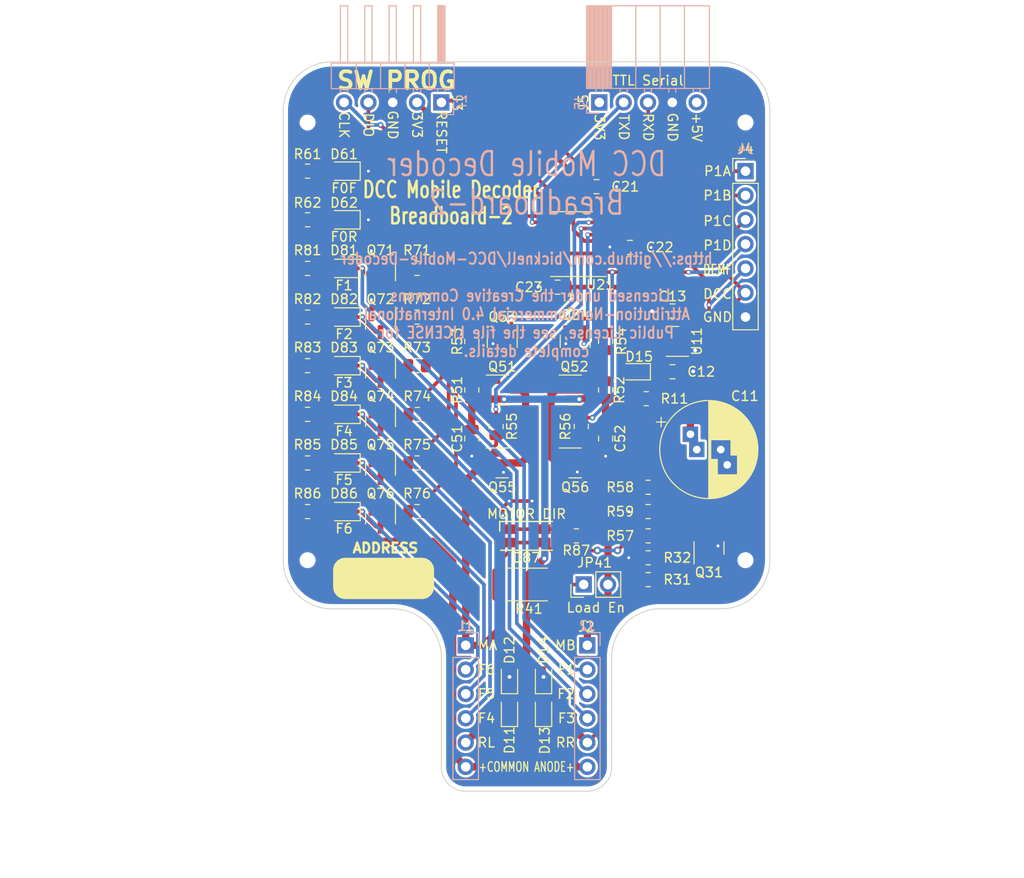
<source format=kicad_pcb>
(kicad_pcb (version 20211014) (generator pcbnew)
  (layers (0 "F.Cu" signal) (31 "B.Cu" signal) (34 "B.Paste" user) (35 "F.Paste" user) (36 "B.SilkS" user "B.Silkscreen") (37 "F.SilkS" user "F.Silkscreen") (38 "B.Mask" user) (39 "F.Mask" user) (44 "Edge.Cuts" user))
  (net 0 "")
  (net 1 "Vdrive")
  (net 2 "+3V3")
  (net 3 "MOT_A")
  (net 4 "MOT_B")
  (net 5 "RAIL_L")
  (net 6 "RAIL_R")
  (net 7 "F1_SP")
  (net 8 "RESET")
  (net 9 "F2_SP")
  (net 10 "Net-(D61-Pad2)")
  (net 11 "F3_SP")
  (net 12 "Net-(D62-Pad2)")
  (net 13 "F4_SP")
  (net 14 "GND")
  (net 15 "Net-(D81-Pad2)")
  (net 16 "F5_SP")
  (net 17 "Net-(D82-Pad2)")
  (net 18 "F6_SP")
  (net 19 "Net-(D83-Pad2)")
  (net 20 "Net-(D84-Pad2)")
  (net 21 "SWDIO{slash}F5")
  (net 22 "SWCLK{slash}F6")
  (net 23 "P1A")
  (net 24 "P1B")
  (net 25 "BackEMF")
  (net 26 "F0F")
  (net 27 "F1")
  (net 28 "F2")
  (net 29 "F3")
  (net 30 "F0R")
  (net 31 "F4")
  (net 32 "Net-(D85-Pad2)")
  (net 33 "Net-(D86-Pad2)")
  (net 34 "TXD")
  (net 35 "DCC_IN")
  (net 36 "RXD")
  (net 39 "Net-(D87-Pad1)")
  (net 40 "P1C")
  (net 41 "P1D")
  (net 42 "Net-(Q31-Pad1)")
  (net 43 "Net-(Q51-Pad1)")
  (net 44 "Net-(Q52-Pad1)")
  (net 45 "Net-(Q55-Pad1)")
  (net 46 "Net-(Q56-Pad1)")
  (net 47 "Net-(Q71-Pad1)")
  (net 48 "Net-(Q72-Pad1)")
  (net 49 "Net-(Q73-Pad1)")
  (net 50 "Net-(Q74-Pad1)")
  (net 51 "Net-(Q75-Pad1)")
  (net 52 "Net-(Q76-Pad1)")
  (net 53 "Net-(JP41-Pad1)")
  (net 55 "/Vreg_in")
  (net 56 "Net-(C11-Pad1)")
  (net 57 "Net-(Q53-Pad3)")
  (net 58 "Net-(Q54-Pad3)")
  (footprint "Diode_SMD:D_SOD-323" (layer "F.Cu") (at 77.978 108.966 90)
    (fp_text reference "D14")
    (fp_text value "1N5819")
  )
  (footprint "Resistor_SMD:R_0805_2012Metric" (layer "F.Cu") (at 64.77 66.04 180)
    (fp_text reference "R71")
    (fp_text value "330R")
  )
  (footprint "Package_TO_SOT_SMD:SOT-23" (layer "F.Cu") (at 73.66 78.74)
    (fp_text reference "Q51")
    (fp_text value "SSM3J356R,LF")
  )
  (footprint "Capacitor_THT:CP_Radial_D10.0mm_P2.50mm_P5.00mm" (layer "F.Cu") (at 93.98 84.963)
    (fp_text reference "C11")
    (fp_text value "DNP")
  )
  (footprint "Connector_PinHeader_2.54mm:PinHeader_1x07_P2.54mm_Vertical" (layer "F.Cu") (at 99.06 55.88)
    (fp_text reference "J4")
    (fp_text value "01x07")
  )
  (footprint "Capacitor_SMD:C_0805_2012Metric" (layer "F.Cu") (at 87 63.84 180)
    (fp_text reference "C22")
    (fp_text value "100nF")
  )
  (footprint "Package_TO_SOT_SMD:SOT-23" (layer "F.Cu") (at 60.96 81.915 -90)
    (fp_text reference "Q74")
    (fp_text value "BSS138K")
  )
  (footprint "Package_TO_SOT_SMD:SOT-23" (layer "F.Cu") (at 81.28 78.74)
    (fp_text reference "Q52")
    (fp_text value "SSM3J356R,LF")
  )
  (footprint "Resistor_SMD:R_0805_2012Metric" (layer "F.Cu") (at 53.34 71.12)
    (fp_text reference "R82")
    (fp_text value "3K")
  )
  (footprint "Resistor_SMD:R_0805_2012Metric" (layer "F.Cu") (at 70.485 73.66 -90)
    (fp_text reference "R53")
    (fp_text value "10K")
  )
  (footprint "Resistor_SMD:R_0805_2012Metric" (layer "F.Cu") (at 73.025 82.55 -90)
    (fp_text reference "R55")
    (fp_text value "330R")
  )
  (footprint "Resistor_SMD:R_0805_2012Metric" (layer "F.Cu") (at 84.455 73.66 -90)
    (fp_text reference "R54")
    (fp_text value "10K")
  )
  (footprint "Resistor_SMD:R_0805_2012Metric" (layer "F.Cu") (at 88.9 91.44)
    (fp_text reference "R59")
    (fp_text value "3K")
  )
  (footprint "Resistor_SMD:R_0805_2012Metric" (layer "F.Cu") (at 53.34 55.88)
    (fp_text reference "R61")
    (fp_text value "330R")
  )
  (footprint "Connector_PinHeader_2.54mm:PinHeader_1x02_P2.54mm_Vertical" (layer "F.Cu") (at 82.164 99.06 90)
    (fp_text reference "JP41")
    (fp_text value "01x02" hide)
  )
  (footprint "Resistor_SMD:R_0805_2012Metric" (layer "F.Cu") (at 88.7 79.65)
    (fp_text reference "R11")
    (fp_text value "4R7")
  )
  (footprint "DCC Project Footprints:JLCPCB Assembly Tooling Hole" (layer "F.Cu") (at 99.06 96.52)
    (fp_text reference "REF**" hide)
    (fp_text value "JLCPCB Assembly Tooling Hole")
  )
  (footprint "Resistor_SMD:R_0805_2012Metric" (layer "F.Cu") (at 64.8 81.3 180)
    (fp_text reference "R74")
    (fp_text value "330R")
  )
  (footprint "LED_SMD:LED_0805_2012Metric" (layer "F.Cu") (at 57.15 66.04 180)
    (fp_text reference "D81")
    (fp_text value "White LED" hide)
  )
  (footprint "Resistor_SMD:R_2512_6332Metric" (layer "F.Cu") (at 76.2 99.06)
    (fp_text reference "R41")
    (fp_text value "100R")
  )
  (footprint "Package_TO_SOT_SMD:SOT-23" (layer "F.Cu") (at 60.96 66.675 -90)
    (fp_text reference "Q71")
    (fp_text value "BSS138K")
  )
  (footprint "Package_TO_SOT_SMD:SOT-23" (layer "F.Cu") (at 91.44 73.66 180)
    (fp_text reference "U11")
    (fp_text value "SE8633X2-HF")
  )
  (footprint "Resistor_SMD:R_0805_2012Metric" (layer "F.Cu") (at 88.9 96.266 180)
    (fp_text reference "R32")
    (fp_text value "10K")
  )
  (footprint "Resistor_SMD:R_0805_2012Metric" (layer "F.Cu") (at 64.77 71.12 180)
    (fp_text reference "R72")
    (fp_text value "330R")
  )
  (footprint "Resistor_SMD:R_0805_2012Metric" (layer "F.Cu") (at 64.77 86.36 180)
    (fp_text reference "R75")
    (fp_text value "330R")
  )
  (footprint "Diode_SMD:D_SOD-323" (layer "F.Cu") (at 74.422 108.966 90)
    (fp_text reference "D12")
    (fp_text value "1N5819")
  )
  (footprint "Resistor_SMD:R_0805_2012Metric" (layer "F.Cu") (at 53.34 91.44)
    (fp_text reference "R86")
    (fp_text value "3K")
  )
  (footprint "LED_SMD:LED_RGB_1210" (layer "F.Cu") (at 76.2 93.98)
    (fp_text reference "D87")
    (fp_text value "R/G LED" hide)
  )
  (footprint "Capacitor_SMD:C_0805_2012Metric" (layer "F.Cu") (at 83.5 57.5 180)
    (fp_text reference "C21")
    (fp_text value "100nF")
  )
  (footprint "Resistor_SMD:R_0805_2012Metric" (layer "F.Cu") (at 53.34 76.2)
    (fp_text reference "R83")
    (fp_text value "3K")
  )
  (footprint "Diode_SMD:D_SOD-323" (layer "F.Cu") (at 74.422 112.395 90)
    (fp_text reference "D11")
    (fp_text value "1N5819")
  )
  (footprint "LED_SMD:LED_0805_2012Metric" (layer "F.Cu") (at 57.15 91.44 180)
    (fp_text reference "D86")
    (fp_text value "White LED" hide)
  )
  (footprint "Package_TO_SOT_SMD:SOT-23" (layer "F.Cu") (at 81.28 86.36)
    (fp_text reference "Q56")
    (fp_text value "PMV55ENEAR")
  )
  (footprint "Resistor_SMD:R_0805_2012Metric" (layer "F.Cu") (at 53.34 86.36)
    (fp_text reference "R85")
    (fp_text value "3K")
  )
  (footprint "Package_SO:TSSOP-20_4.4x6.5mm_P0.65mm" (layer "F.Cu") (at 80.9 63.5 180)
    (fp_text reference "U21")
    (fp_text value "STM32G031F8P6")
  )
  (footprint "LED_SMD:LED_0805_2012Metric" (layer "F.Cu") (at 57.15 81.28 180)
    (fp_text reference "D84")
    (fp_text value "White LED" hide)
  )
  (footprint "Capacitor_SMD:C_0805_2012Metric" (layer "F.Cu") (at 91.44 70.485 180)
    (fp_text reference "C13")
    (fp_text value "10uF")
  )
  (footprint "Package_TO_SOT_SMD:SOT-23" (layer "F.Cu") (at 60.96 76.835 -90)
    (fp_text reference "Q73")
    (fp_text value "BSS138K")
  )
  (footprint "Resistor_SMD:R_0805_2012Metric" (layer "F.Cu") (at 64.77 76.2 180)
    (fp_text reference "R73")
    (fp_text value "330R")
  )
  (footprint "Resistor_SMD:R_0805_2012Metric" (layer "F.Cu") (at 53.34 81.28)
    (fp_text reference "R84")
    (fp_text value "3K")
  )
  (footprint "DCC Project Footprints:JLCPCB Assembly Tooling Hole" (layer "F.Cu") (at 53.34 50.8)
    (fp_text reference "REF**" hide)
    (fp_text value "JLCPCB Assembly Tooling Hole")
  )
  (footprint "Package_TO_SOT_SMD:SOT-23" (layer "F.Cu") (at 73.66 73.66 -90)
    (fp_text reference "Q53")
    (fp_text value "DTC143ZCA")
  )
  (footprint "LED_SMD:LED_0805_2012Metric" (layer "F.Cu") (at 57.15 71.12 180)
    (fp_text reference "D82")
    (fp_text value "White LED" hide)
  )
  (footprint "Capacitor_SMD:C_0805_2012Metric" (layer "F.Cu") (at 91.44 76.835)
    (fp_text reference "C12")
    (fp_text value "10uF")
  )
  (footprint "LED_SMD:LED_0805_2012Metric" (layer "F.Cu") (at 57.15 86.36 180)
    (fp_text reference "D85")
    (fp_text value "White LED" hide)
  )
  (footprint "Resistor_SMD:R_0805_2012Metric" (layer "F.Cu") (at 81.4 93.98)
    (fp_text reference "R87")
    (fp_text value "3K")
  )
  (footprint "Package_TO_SOT_SMD:SOT-23" (layer "F.Cu") (at 60.96 92.075 -90)
    (fp_text reference "Q76")
    (fp_text value "BSS138K")
  )
  (footprint "Capacitor_SMD:C_0805_2012Metric" (layer "F.Cu") (at 84.455 83.82 90)
    (fp_text reference "C52")
    (fp_text value "10uF")
  )
  (footprint "LED_SMD:LED_0805_2012Metric" (layer "F.Cu") (at 57.15 55.88 180)
    (fp_text reference "D61")
    (fp_text value "White LED" hide)
  )
  (footprint "Resistor_SMD:R_0805_2012Metric" (layer "F.Cu") (at 53.34 66.04)
    (fp_text reference "R81")
    (fp_text value "3K")
  )
  (footprint "Resistor_SMD:R_0805_2012Metric" (layer "F.Cu") (at 84.455 78.74 -90)
    (fp_text reference "R52")
    (fp_text value "10K")
  )
  (footprint "Resistor_SMD:R_0805_2012Metric" (layer "F.Cu") (at 88.9 88.9 180)
    (fp_text reference "R58")
    (fp_text value "22K")
  )
  (footprint "Package_TO_SOT_SMD:SOT-23" (layer "F.Cu") (at 95.25 95.25 90)
    (fp_text reference "Q31")
    (fp_text value "BSS138K")
  )
  (footprint "Resistor_SMD:R_0805_2012Metric" (layer "F.Cu") (at 88.9 98.552)
    (fp_text reference "R31")
    (fp_text value "10K")
  )
  (footprint "Capacitor_SMD:C_0805_2012Metric" (layer "F.Cu") (at 70.485 83.82 90)
    (fp_text reference "C51")
    (fp_text value "10uF")
  )
  (footprint "Package_TO_SOT_SMD:SOT-23" (layer "F.Cu") (at 60.96 86.995 -90)
    (fp_text reference "Q75")
    (fp_text value "BSS138K")
  )
  (footprint "Diode_SMD:D_SOD-323" (layer "F.Cu") (at 77.978 112.395 90)
    (fp_text reference "D13")
    (fp_text value "1N5819")
  )
  (footprint "Capacitor_SMD:C_0805_2012Metric" (layer "F.Cu") (at 79.45 68)
    (fp_text reference "C23")
    (fp_text value "4.7uF")
  )
  (footprint "Resistor_SMD:R_0805_2012Metric" (layer "F.Cu") (at 81.915 82.55 90)
    (fp_text reference "R56")
    (fp_text value "330R")
  )
  (footprint "LED_SMD:LED_0805_2012Metric" (layer "F.Cu") (at 57.15 60.96 180)
    (fp_text reference "D62")
    (fp_text value "White LED" hide)
  )
  (footprint "Package_TO_SOT_SMD:SOT-23" (layer "F.Cu") (at 73.66 86.36)
    (fp_text reference "Q55")
    (fp_text value "PMV55ENEAR")
  )
  (footprint "Resistor_SMD:R_0805_2012Metric" (layer "F.Cu") (at 53.34 60.96)
    (fp_text reference "R62")
    (fp_text value "330R")
  )
  (footprint "Resistor_SMD:R_0805_2012Metric" (layer "F.Cu") (at 88.9 93.98 180)
    (fp_text reference "R57")
    (fp_text value "22K")
  )
  (footprint "DCC Project Footprints:JLCPCB Assembly Tooling Hole" (layer "F.Cu") (at 99.06 50.8)
    (fp_text reference "REF**" hide)
    (fp_text value "JLCPCB Assembly Tooling Hole")
  )
  (footprint "Resistor_SMD:R_0805_2012Metric" (layer "F.Cu") (at 64.77 91.44 180)
    (fp_text reference "R76")
    (fp_text value "330R")
  )
  (footprint "Resistor_SMD:R_0805_2012Metric" (layer "F.Cu") (at 70.485 78.74 -90)
    (fp_text reference "R51")
    (fp_text value "10K")
  )
  (footprint "Package_TO_SOT_SMD:SOT-23" (layer "F.Cu") (at 60.96 71.755 -90)
    (fp_text reference "Q72")
    (fp_text value "BSS138K")
  )
  (footprint "Diode_SMD:D_SOD-323" (layer "F.Cu") (at 87.63 76.835 180)
    (fp_text reference "D15")
    (fp_text value "1N5819")
  )
  (footprint "LED_SMD:LED_0805_2012Metric" (layer "F.Cu") (at 57.15 76.2 180)
    (fp_text reference "D83")
    (fp_text value "White LED" hide)
  )
  (footprint "DCC Project Footprints:JLCPCB Assembly Tooling Hole" (layer "F.Cu") (at 53.34 96.52)
    (fp_text reference "REF**" hide)
    (fp_text value "JLCPCB Assembly Tooling Hole")
  )
  (footprint "Package_TO_SOT_SMD:SOT-23" (layer "F.Cu") (at 81.28 73.66 -90)
    (fp_text reference "Q54")
    (fp_text value "DTC143ZCA")
  )
  (footprint "Connector_PinHeader_2.54mm:PinHeader_1x05_P2.54mm_Horizontal" (layer "B.Cu") (at 67.31 48.7 90)
    (fp_text reference "J3")
    (fp_text value "01x05" hide)
  )
  (footprint "Connector_PinSocket_2.54mm:PinSocket_1x05_P2.54mm_Horizontal" (layer "B.Cu") (at 83.8 48.7 -90)
    (fp_text reference "J5")
    (fp_text value "01x05S" hide)
  )
  (footprint "Connector_PinHeader_2.54mm:PinHeader_1x06_P2.54mm_Vertical" (layer "B.Cu") (at 69.85 105.41 180)
    (fp_text reference "J1")
    (fp_text value "01x06")
  )
  (footprint "Connector_PinHeader_2.54mm:PinHeader_1x06_P2.54mm_Vertical" (layer "B.Cu") (at 82.55 105.41 180)
    (fp_text reference "J2")
    (fp_text value "01x06")
  )
  (gr_line (start 96.52 101.6) (end 90.17 101.6) (layer "Edge.Cuts") (width 0.1))
  (gr_arc (start 55.88 101.6) (mid 52.287898 100.112102) (end 50.8 96.52) (layer "Edge.Cuts") (width 0.1))
  (gr_arc (start 85.09 118.11) (mid 84.346051 119.906051) (end 82.55 120.65) (layer "Edge.Cuts") (width 0.1))
  (gr_arc (start 96.52 44.45) (mid 100.112102 45.937898) (end 101.6 49.53) (layer "Edge.Cuts") (width 0.1))
  (gr_arc (start 62.23 101.6) (mid 65.822102 103.087898) (end 67.31 106.68) (layer "Edge.Cuts") (width 0.1))
  (gr_arc (start 85.09 106.68) (mid 86.577898 103.087898) (end 90.17 101.6) (layer "Edge.Cuts") (width 0.1))
  (gr_line (start 55.88 44.45) (end 96.52 44.45) (layer "Edge.Cuts") (width 0.1))
  (gr_line (start 69.85 120.65) (end 82.55 120.65) (layer "Edge.Cuts") (width 0.1))
  (gr_line (start 85.09 118.11) (end 85.09 106.68) (layer "Edge.Cuts") (width 0.1))
  (gr_arc (start 69.85 120.65) (mid 68.053949 119.906051) (end 67.31 118.11) (layer "Edge.Cuts") (width 0.1))
  (gr_arc (start 101.6 96.52) (mid 100.112102 100.112102) (end 96.52 101.6) (layer "Edge.Cuts") (width 0.1))
  (gr_arc (start 50.8 49.53) (mid 52.287898 45.937898) (end 55.88 44.45) (layer "Edge.Cuts") (width 0.1))
  (gr_line (start 101.6 96.52) (end 101.6 49.53) (layer "Edge.Cuts") (width 0.1))
  (gr_line (start 62.23 101.6) (end 55.88 101.6) (layer "Edge.Cuts") (width 0.1))
  (gr_line (start 50.8 96.52) (end 50.8 49.53) (layer "Edge.Cuts") (width 0.1))
  (gr_line (start 67.31 106.68) (end 67.31 118.11) (layer "Edge.Cuts") (width 0.1))
  (gr_text "DCC Mobile Decoder\nBreadboard-2" (at 76.2 57.15) (layer "B.SilkS") (effects (font (size 2.5 1.9) (thickness 0.254)) (justify mirror)))
  (gr_text "https://github.com/bicknell/DCC-Mobile-Decoder\n\nLicensed under the Creative Commons \nAttribution-NonCommercial 4.0 International\nPublic License, see the file LICENSE for\ncomplete details." (at 76.2 69.85) (layer "B.SilkS") (effects (font (size 1.2 1) (thickness 0.2)) (justify mirror)))
  (gr_text "F3" (at 80.382 113.03) (layer "F.SilkS") (effects (font (size 1 1))))
  (gr_text "CLK" (at 57.15 51.054 270) (layer "F.SilkS") (effects (font (size 1 1))))
  (gr_text "GND" (at 62.23 51.054 270) (layer "F.SilkS") (effects (font (size 1 1))))
  (gr_text "+5V" (at 93.98 51.3 270) (layer "F.SilkS") (effects (font (size 1 1))))
  (gr_text "P1D" (at 96.139 63.627) (layer "F.SilkS") (effects (font (size 1 1))))
  (gr_text "F2" (at 80.3148 110.49) (layer "F.SilkS") (effects (font (size 1 1))))
  (gr_text "TXD" (at 86.36 51.3 270) (layer "F.SilkS") (effects (font (size 1 1))))
  (gr_text "F6" (at 72.018 107.95) (layer "F.SilkS") (effects (font (size 1 1))))
  (gr_text "3V3" (at 83.82 51.3 270) (layer "F.SilkS") (effects (font (size 1 1))))
  (gr_text "BEMF" (at 96.139 66.167) (layer "F.SilkS") (effects (font (size 1 0.762))))
  (gr_text "F1" (at 80.382 107.95) (layer "F.SilkS") (effects (font (size 1 1))))
  (gr_text "DCC Mobile Decoder\nBreadboard-2" (at 68.326 59.182) (layer "F.SilkS") (effects (font (size 1.7 1.2) (thickness 0.254))))
  (gr_text "+COMMON ANODE+" (at 76.2 118.11) (layer "F.SilkS") (effects (font (size 1 0.6858) (thickness 0.127))))
  (gr_text "DCC" (at 96.139 68.707) (layer "F.SilkS") (effects (font (size 1 1))))
  (gr_text "P1C" (at 96.139 61.087) (layer "F.SilkS") (effects (font (size 1 1))))
  (gr_text "RL" (at 72 115.57) (layer "F.SilkS") (effects (font (size 1 1))))
  (gr_text "RESET" (at 67.31 51.8 270) (layer "F.SilkS") (effects (font (size 1 1))))
  (gr_text "MB" (at 80.264 105.41) (layer "F.SilkS") (effects (font (size 1 1))))
  (gr_text "ADDRESS" (at 61.468 95.25) (layer "F.SilkS") (effects (font (size 1.016 1.016) (thickness 0.254))))
  (gr_text "3V3" (at 64.77 51.054 270) (layer "F.SilkS") (effects (font (size 1 1))))
  (gr_text "P1A" (at 96.139 55.88) (layer "F.SilkS") (effects (font (size 1 1))))
  (gr_text "P1B" (at 96.139 58.42) (layer "F.SilkS") (effects (font (size 1 1))))
  (gr_text "GND" (at 96.139 71.12) (layer "F.SilkS") (effects (font (size 1 1))))
  (gr_text "MA" (at 72.136 105.41) (layer "F.SilkS") (effects (font (size 1 1))))
  (gr_text "RXD" (at 88.9 51.3 270) (layer "F.SilkS") (effects (font (size 1 1))))
  (gr_text "F4" (at 72.018 113.03) (layer "F.SilkS") (effects (font (size 1 1))))
  (gr_text "RR" (at 80.264 115.57) (layer "F.SilkS") (effects (font (size 1 1))))
  (gr_text "GND" (at 91.44 51.3 270) (layer "F.SilkS") (effects (font (size 1 1))))
  (gr_text "DIO" (at 59.69 51.054 270) (layer "F.SilkS") (effects (font (size 1 1))))
  (gr_text "F5" (at 72.018 110.49) (layer "F.SilkS") (effects (font (size 1 1))))
  (segment (start 72.7225 79.69) (end 73.848 79.69) (width 0.762) (layer "F.Cu") (net 1))
  (segment (start 74.422 114.554) (end 74.422 113.445) (width 0.762) (layer "F.Cu") (net 1))
  (segment (start 52.4275 86.36) (end 52.4275 81.28) (width 0.762) (layer "F.Cu") (net 1))
  (segment (start 84.455 82.87) (end 84.455 79.6525) (width 0.762) (layer "F.Cu") (net 1))
  (segment (start 73.848 79.69) (end 73.8632 79.7052) (width 0.762) (layer "F.Cu") (net 1))
  (segment (start 52.4275 91.44) (end 55.5375 94.55) (width 0.762) (layer "F.Cu") (net 1))
  (segment (start 69.85 118.11) (end 70.866 118.11) (width 0.762) (layer "F.Cu") (net 1))
  (segment (start 77.978 114.554) (end 77.978 113.445) (width 0.762) (layer "F.Cu") (net 1))
  (segment (start 87.785 79.6525) (end 87.7875 79.65) (width 0.762) (layer "F.Cu") (net 1))
  (segment (start 75.925 113.445) (end 77.978 113.445) (width 0.762) (layer "F.Cu") (net 1))
  (segment (start 52.4275 91.44) (end 52.4275 86.36) (width 0.762) (layer "F.Cu") (net 1))
  (segment (start 52.4275 81.28) (end 52.4275 78.7889) (width 0.762) (layer "F.Cu") (net 1))
  (segment (start 80.3425 79.69) (end 81.69 79.69) (width 0.762) (layer "F.Cu") (net 1))
  (segment (start 52.4275 76.2) (end 52.4275 71.12) (width 0.762) (layer "F.Cu") (net 1))
  (segment (start 81.69 79.69) (end 81.7 79.7) (width 0.762) (layer "F.Cu") (net 1))
  (segment (start 68.492489 116.752489) (end 69.85 118.11) (width 0.762) (layer "F.Cu") (net 1))
  (segment (start 68.492489 104.052489) (end 68.492489 116.752489) (width 0.762) (layer "F.Cu") (net 1))
  (segment (start 52.4275 78.7889) (end 52.4275 76.2) (width 0.762) (layer "F.Cu") (net 1))
  (segment (start 86.58 76.835) (end 87.185 76.835) (width 0.381) (layer "F.Cu") (net 1))
  (segment (start 82.55 118.11) (end 81.534 118.11) (width 0.762) (layer "F.Cu") (net 1))
  (segment (start 78.06 96.34) (end 76.2 98.2) (width 0.762) (layer "F.Cu") (net 1))
  (segment (start 81.534 118.11) (end 77.978 114.554) (width 0.762) (layer "F.Cu") (net 1))
  (segment (start 70.485 82.87) (end 70.485 79.6525) (width 0.762) (layer "F.Cu") (net 1))
  (segment (start 87.7875 77.4375) (end 87.7875 79.65) (width 0.381) (layer "F.Cu") (net 1))
  (segment (start 76.2 98.2) (end 76.2 113.204) (width 0.762) (layer "F.Cu") (net 1))
  (segment (start 81.7475 79.6525) (end 81.7 79.7) (width 0.762) (layer "F.Cu") (net 1))
  (segment (start 66.356 94.55) (end 68.5 96.694) (width 0.762) (layer "F.Cu") (net 1))
  (segment (start 70.866 118.11) (end 74.422 114.554) (width 0.762) (layer "F.Cu") (net 1))
  (segment (start 76.166 113.204) (end 75.925 113.445) (width 0.762) (layer "F.Cu") (net 1))
  (segment (start 74.422 113.445) (end 75.925 113.445) (width 0.762) (layer "F.Cu") (net 1))
  (segment (start 68.5 96.694) (end 68.5 104.044978) (width 0.762) (layer "F.Cu") (net 1))
  (segment (start 84.455 79.6525) (end 81.7475 79.6525) (width 0.762) (layer "F.Cu") (net 1))
  (segment (start 72.7225 79.69) (end 70.5225 79.69) (width 0.762) (layer "F.Cu") (net 1))
  (segment (start 68.5 104.044978) (end 68.492489 104.052489) (width 0.762) (layer "F.Cu") (net 1))
  (segment (start 70.5225 79.69) (end 70.485 79.6525) (width 0.762) (layer "F.Cu") (net 1))
  (segment (start 84.455 79.6525) (end 87.785 79.6525) (width 0.762) (layer "F.Cu") (net 1))
  (segment (start 87.185 76.835) (end 87.7875 77.4375) (width 0.381) (layer "F.Cu") (net 1))
  (segment (start 52.4275 71.12) (end 52.4275 66.04) (width 0.762) (layer "F.Cu") (net 1))
  (segment (start 55.5375 94.55) (end 66.356 94.55) (width 0.762) (layer "F.Cu") (net 1))
  (via (at 73.8632 79.7052) (size 0.8) (drill 0.4) (layers "F.Cu" "B.Cu") (net 1))
  (via (at 78.06 96.34) (size 0.8) (drill 0.4) (layers "F.Cu" "B.Cu") (net 1))
  (via (at 81.7 79.7) (size 0.8) (drill 0.4) (layers "F.Cu" "B.Cu") (net 1))
  (segment (start 78.11 96.29) (end 78.11 79.6848) (width 0.762) (layer "B.Cu") (net 1))
  (segment (start 73.8684 79.7) (end 81.7 79.7) (width 0.762) (layer "B.Cu") (net 1))
  (segment (start 78.06 96.34) (end 78.11 96.29) (width 0.762) (layer "B.Cu") (net 1))
  (segment (start 73.8632 79.7052) (end 73.8684 79.7) (width 0.762) (layer "B.Cu") (net 1))
  (segment (start 92.39 69.23) (end 92.39 70.485) (width 0.508) (layer "F.Cu") (net 2))
  (segment (start 77.492 52.6) (end 68.67 52.6) (width 0.508) (layer "F.Cu") (net 2))
  (segment (start 80.4 64.5) (end 80.4 68) (width 0.508) (layer "F.Cu") (net 2))
  (segment (start 92.3775 70.4975) (end 92.39 70.485) (width 0.508) (layer "F.Cu") (net 2))
  (segment (start 85.415 64.475) (end 86.05 63.84) (width 0.381) (layer "F.Cu") (net 2))
  (segment (start 80.425 64.475) (end 80.4 64.5) (width 0.381) (layer "F.Cu") (net 2))
  (segment (start 80.4 68) (end 91.16 68) (width 0.508) (layer "F.Cu") (net 2))
  (segment (start 83.7625 64.475) (end 85.415 64.475) (width 0.381) (layer "F.Cu") (net 2))
  (segment (start 91.16 68) (end 92.39 69.23) (width 0.508) (layer "F.Cu") (net 2))
  (segment (start 68.67 52.6) (end 64.77 48.7) (width 0.508) (layer "F.Cu") (net 2))
  (segment (start 83.7625 64.475) (end 80.425 64.475) (width 0.381) (layer "F.Cu") (net 2))
  (segment (start 80.4 64.5) (end 80.4 55.508) (width 0.508) (layer "F.Cu") (net 2))
  (segment (start 80.4 55.508) (end 77.492 52.6) (width 0.508) (layer "F.Cu") (net 2))
  (segment (start 92.3775 72.71) (end 92.3775 70.4975) (width 0.508) (layer "F.Cu") (net 2))
  (segment (start 73.2375 103.8825) (end 71.71 105.41) (width 0.762) (layer "F.Cu") (net 3))
  (segment (start 87.22 93.98) (end 85.7 95.5) (width 0.381) (layer "F.Cu") (net 3))
  (segment (start 87.9875 93.98) (end 87.22 93.98) (width 0.381) (layer "F.Cu") (net 3))
  (segment (start 69.85 105.41) (end 69.85 88.2) (width 0.762) (layer "F.Cu") (net 3))
  (segment (start 74.45 95.55) (end 73.2375 96.7625) (width 0.381) (layer "F.Cu") (net 3))
  (segment (start 71.71 105.41) (end 69.85 105.41) (width 0.762) (layer "F.Cu") (net 3))
  (segment (start 83.58 95.52) (end 83.6 95.5) (width 0.381) (layer "F.Cu") (net 3))
  (segment (start 69.85 88.2) (end 71.1 86.95) (width 0.762) (layer "F.Cu") (net 3))
  (segment (start 75.64 78.74) (end 76.1 79.2) (width 0.762) (layer "F.Cu") (net 3))
  (segment (start 76.1 85.9) (end 75.64 86.36) (width 0.762) (layer "F.Cu") (net 3))
  (segment (start 77.95 94.68) (end 78.79 95.52) (width 0.381) (layer "F.Cu") (net 3))
  (segment (start 78.79 95.52) (end 83.58 95.52) (width 0.381) (layer "F.Cu") (net 3))
  (segment (start 74.5975 86.36) (end 71.69 86.36) (width 0.762) (layer "F.Cu") (net 3))
  (segment (start 71.69 86.36) (end 71.1 86.95) (width 0.762) (layer "F.Cu") (net 3))
  (segment (start 73.2375 99.06) (end 73.2375 103.8825) (width 0.762) (layer "F.Cu") (net 3))
  (segment (start 77.95 94.68) (end 74.45 94.68) (width 0.381) (layer "F.Cu") (net 3))
  (segment (start 75.64 86.36) (end 74.5975 86.36) (width 0.762) (layer "F.Cu") (net 3))
  (segment (start 74.5975 78.74) (end 75.64 78.74) (width 0.762) (layer "F.Cu") (net 3))
  (segment (start 76.1 79.2) (end 76.1 85.9) (width 0.762) (layer "F.Cu") (net 3))
  (segment (start 73.2375 96.7625) (end 73.2375 99.06) (width 0.381) (layer "F.Cu") (net 3))
  (segment (start 74.45 94.68) (end 74.45 95.55) (width 0.381) (layer "F.Cu") (net 3))
  (via (at 83.6 95.5) (size 0.8) (drill 0.4) (layers "F.Cu" "B.Cu") (net 3))
  (via (at 85.7 95.5) (size 0.8) (drill 0.4) (layers "F.Cu" "B.Cu") (net 3))
  (segment (start 83.6 95.5) (end 85.7 95.5) (width 0.381) (layer "B.Cu") (net 3))
  (segment (start 82.2175 86.36) (end 83.56 86.36) (width 0.762) (layer "F.Cu") (net 4))
  (segment (start 82.55 105.41) (end 82.55 103.42) (width 0.762) (layer "F.Cu") (net 4))
  (segment (start 83.56 86.36) (end 84.704 87.504) (width 0.762) (layer "F.Cu") (net 4))
  (segment (start 82.2175 78.74) (end 79.26 78.74) (width 0.762) (layer "F.Cu") (net 4))
  (segment (start 82.55 103.42) (end 84.704 101.266) (width 0.762) (layer "F.Cu") (net 4))
  (segment (start 87.9875 88.9) (end 84.708 88.9) (width 0.381) (layer "F.Cu") (net 4))
  (segment (start 84.704 87.504) (end 84.704 88.904) (width 0.762) (layer "F.Cu") (net 4))
  (segment (start 84.708 88.9) (end 84.704 88.904) (width 0.381) (layer "F.Cu") (net 4))
  (segment (start 84.704 93.996) (end 84.704 95.604) (width 0.762) (layer "F.Cu") (net 4))
  (segment (start 84.704 101.266) (end 84.704 99.06) (width 0.762) (layer "F.Cu") (net 4))
  (segment (start 78.75 85.75) (end 79.36 86.36) (width 0.762) (layer "F.Cu") (net 4))
  (segment (start 82.2175 86.36) (end 79.36 86.36) (width 0.762) (layer "F.Cu") (net 4))
  (segment (start 82.3125 93.98) (end 84.688 93.98) (width 0.381) (layer "F.Cu") (net 4))
  (segment (start 84.688 93.98) (end 84.704 93.996) (width 0.381) (layer "F.Cu") (net 4))
  (segment (start 79.26 78.74) (end 78.75 79.25) (width 0.762) (layer "F.Cu") (net 4))
  (segment (start 84.704 95.604) (end 84.704 99.06) (width 0.762) (layer "F.Cu") (net 4))
  (segment (start 84.704 88.904) (end 84.704 93.996) (width 0.762) (layer "F.Cu") (net 4))
  (segment (start 78.75 79.25) (end 78.75 85.75) (width 0.762) (layer "F.Cu") (net 4))
  (segment (start 74.075 111.345) (end 69.85 115.57) (width 0.762) (layer "F.Cu") (net 5))
  (segment (start 74.422 111.345) (end 74.075 111.345) (width 0.762) (layer "F.Cu") (net 5))
  (segment (start 74.422 110.016) (end 74.422 111.345) (width 0.762) (layer "F.Cu") (net 5))
  (segment (start 77.978 111.345) (end 78.325 111.345) (width 0.762) (layer "F.Cu") (net 6))
  (segment (start 86.848 98.552) (end 86.357 99.043) (width 0.381) (layer "F.Cu") (net 6))
  (segment (start 83.82 114.3) (end 82.55 115.57) (width 0.381) (layer "F.Cu") (net 6))
  (segment (start 86.357 101.857) (end 83.82 104.394) (width 0.381) (layer "F.Cu") (net 6))
  (segment (start 87.9875 98.552) (end 86.848 98.552) (width 0.381) (layer "F.Cu") (net 6))
  (segment (start 83.82 104.394) (end 83.82 114.3) (width 0.381) (layer "F.Cu") (net 6))
  (segment (start 77.978 110.016) (end 77.978 111.345) (width 0.762) (layer "F.Cu") (net 6))
  (segment (start 78.325 111.345) (end 82.55 115.57) (width 0.762) (layer "F.Cu") (net 6))
  (segment (start 86.357 99.043) (end 86.357 101.857) (width 0.381) (layer "F.Cu") (net 6))
  (segment (start 60.96 67.6125) (end 60.487034 67.6125) (width 0.381) (layer "F.Cu") (net 7))
  (segment (start 60.487034 67.6125) (end 59.055 66.180466) (width 0.381) (layer "F.Cu") (net 7))
  (segment (start 59.055 66.180466) (end 59.055 66.04) (width 0.381) (layer "F.Cu") (net 7))
  (segment (start 59.055 66.04) (end 58.0875 66.04) (width 0.381) (layer "F.Cu") (net 7))
  (via (at 59.055 66.04) (size 0.6) (drill 0.3) (layers "F.Cu" "B.Cu") (net 7))
  (segment (start 82.55 107.95) (end 81.28 107.95) (width 0.381) (layer "B.Cu") (net 7))
  (segment (start 75.946 86.614) (end 59.055 69.723) (width 0.381) (layer "B.Cu") (net 7))
  (segment (start 81.28 107.95) (end 75.946 102.616) (width 0.381) (layer "B.Cu") (net 7))
  (segment (start 75.946 102.616) (end 75.946 86.614) (width 0.381) (layer "B.Cu") (net 7))
  (segment (start 59.055 69.723) (end 59.055 66.04) (width 0.381) (layer "B.Cu") (net 7))
  (segment (start 82.55 57.5) (end 81.2 57.5) (width 0.381) (layer "F.Cu") (net 8))
  (segment (start 81.2 57.5) (end 81.1 57.6) (width 0.381) (layer "F.Cu") (net 8))
  (segment (start 81.1 54.7) (end 74.914 48.514) (width 0.381) (layer "F.Cu") (net 8))
  (segment (start 81.1 57.6) (end 81.1 54.7) (width 0.381) (layer "F.Cu") (net 8))
  (segment (start 74.914 48.514) (end 67.496 48.514) (width 0.381) (layer "F.Cu") (net 8))
  (segment (start 81.1 62.03) (end 81.1 57.6) (width 0.381) (layer "F.Cu") (net 8))
  (segment (start 82.245 63.175) (end 81.1 62.03) (width 0.381) (layer "F.Cu") (net 8))
  (segment (start 67.496 48.514) (end 67.31 48.7) (width 0.381) (layer "F.Cu") (net 8))
  (segment (start 83.7625 63.175) (end 82.245 63.175) (width 0.381) (layer "F.Cu") (net 8))
  (segment (start 59.055 71.12) (end 58.0875 71.12) (width 0.381) (layer "F.Cu") (net 9))
  (segment (start 59.055 71.260466) (end 59.055 71.12) (width 0.381) (layer "F.Cu") (net 9))
  (segment (start 60.96 72.6925) (end 60.487034 72.6925) (width 0.381) (layer "F.Cu") (net 9))
  (segment (start 60.487034 72.6925) (end 59.055 71.260466) (width 0.381) (layer "F.Cu") (net 9))
  (via (at 59.055 71.12) (size 0.6) (drill 0.3) (layers "F.Cu" "B.Cu") (net 9))
  (segment (start 82.55 110.49) (end 75.184 103.124) (width 0.381) (layer "B.Cu") (net 9))
  (segment (start 75.184 87.249) (end 59.055 71.12) (width 0.381) (layer "B.Cu") (net 9))
  (segment (start 75.184 103.124) (end 75.184 87.249) (width 0.381) (layer "B.Cu") (net 9))
  (segment (start 54.2525 55.88) (end 56.2125 55.88) (width 0.381) (layer "F.Cu") (net 10))
  (segment (start 59.055 76.340466) (end 59.055 76.2) (width 0.381) (layer "F.Cu") (net 11))
  (segment (start 59.055 76.2) (end 58.0875 76.2) (width 0.381) (layer "F.Cu") (net 11))
  (segment (start 60.487034 77.7725) (end 59.055 76.340466) (width 0.381) (layer "F.Cu") (net 11))
  (segment (start 60.96 77.7725) (end 60.487034 77.7725) (width 0.381) (layer "F.Cu") (net 11))
  (via (at 59.055 76.2) (size 0.6) (drill 0.3) (layers "F.Cu" "B.Cu") (net 11))
  (segment (start 82.55 113.03) (end 81.026 111.506) (width 0.381) (layer "B.Cu") (net 11))
  (segment (start 81.026 111.506) (end 81.026 110.236) (width 0.381) (layer "B.Cu") (net 11))
  (segment (start 81.026 110.236) (end 74.422 103.632) (width 0.381) (layer "B.Cu") (net 11))
  (segment (start 74.422 103.632) (end 74.422 91.567) (width 0.381) (layer "B.Cu") (net 11))
  (segment (start 74.422 91.567) (end 59.055 76.2) (width 0.381) (layer "B.Cu") (net 11))
  (segment (start 54.2525 60.96) (end 56.2125 60.96) (width 0.381) (layer "F.Cu") (net 12))
  (segment (start 60.96 82.8525) (end 60.487034 82.8525) (width 0.381) (layer "F.Cu") (net 13))
  (segment (start 58.0875 81.28) (end 59.055 81.28) (width 0.381) (layer "F.Cu") (net 13))
  (segment (start 59.055 81.420466) (end 59.055 81.28) (width 0.381) (layer "F.Cu") (net 13))
  (segment (start 60.487034 82.8525) (end 59.055 81.420466) (width 0.381) (layer "F.Cu") (net 13))
  (via (at 59.055 81.28) (size 0.6) (drill 0.3) (layers "F.Cu" "B.Cu") (net 13))
  (segment (start 72.39 94.615) (end 59.055 81.28) (width 0.381) (layer "B.Cu") (net 13))
  (segment (start 69.85 113.03) (end 72.39 110.49) (width 0.381) (layer "B.Cu") (net 13))
  (segment (start 72.39 110.49) (end 72.39 94.615) (width 0.381) (layer "B.Cu") (net 13))
  (segment (start 92.39 76.835) (end 92.425 76.8) (width 0.381) (layer "F.Cu") (net 14))
  (segment (start 72.71 73.89) (end 72.7 73.9) (width 0.381) (layer "F.Cu") (net 14))
  (segment (start 60 91.1275) (end 60 89.6) (width 0.381) (layer "F.Cu") (net 14))
  (segment (start 73.761144 87.31) (end 73.79 87.338856) (width 0.381) (layer "F.Cu") (net 14))
  (segment (start 87.9875 91.44) (end 86.868 91.44) (width 0.508) (layer "F.Cu") (net 14))
  (segment (start 70.485 84.77) (end 70.485 85.6488) (width 0.762) (layer "F.Cu") (net 14))
  (segment (start 80.33 73.87) (end 80.3 73.9) (width 0.381) (layer "F.Cu") (net 14))
  (segment (start 92.3775 74.61) (end 93.79 74.61) (width 0.381) (layer "F.Cu") (net 14))
  (segment (start 96.2 95.0316) (end 96.1898 95.0214) (width 0.508) (layer "F.Cu") (net 14))
  (segment (start 60 86.0475) (end 60 84.5) (width 0.381) (layer "F.Cu") (net 14))
  (segment (start 60 65.7275) (end 60 64.2) (width 0.381) (layer "F.Cu") (net 14))
  (segment (start 72.71 72.7225) (end 72.71 73.89) (width 0.381) (layer "F.Cu") (net 14))
  (segment (start 96.2 96.1875) (end 96.2 95.0316) (width 0.508) (layer "F.Cu") (net 14))
  (segment (start 87.95 63.84) (end 89.19 63.84) (width 0.381) (layer "F.Cu") (net 14))
  (segment (start 77.978 107.916) (end 77.978 108.712) (width 0.381) (layer "F.Cu") (net 14))
  (segment (start 60 80.9675) (end 60 79.5) (width 0.381) (layer "F.Cu") (net 14))
  (segment (start 60.01 91.1375) (end 60 91.1275) (width 0.381) (layer "F.Cu") (net 14))
  (segment (start 74.39 90.34) (end 76.78 90.34) (width 0.381) (layer "F.Cu") (net 14))
  (segment (start 83.7625 63.825) (end 84.875 63.825) (width 0.381) (layer "F.Cu") (net 14))
  (segment (start 60 75.8875) (end 60 74.3) (width 0.381) (layer "F.Cu") (net 14))
  (segment (start 80.33 72.7225) (end 80.33 73.87) (width 0.381) (layer "F.Cu") (net 14))
  (segment (start 60.01 75.8975) (end 60 75.8875) (width 0.381) (layer "F.Cu") (net 14))
  (segment (start 60.01 65.7375) (end 60 65.7275) (width 0.381) (layer "F.Cu") (net 14))
  (segment (start 74.422 107.916) (end 74.422 108.712) (width 0.381) (layer "F.Cu") (net 14))
  (segment (start 60.01 70.8175) (end 60 70.8075) (width 0.381) (layer "F.Cu") (net 14))
  (segment (start 60.01 80.9775) (end 60 80.9675) (width 0.381) (layer "F.Cu") (net 14))
  (segment (start 60.01 86.0575) (end 60 86.0475) (width 0.381) (layer "F.Cu") (net 14))
  (segment (start 90.475 70.5) (end 89.3 70.5) (width 0.381) (layer "F.Cu") (net 14))
  (segment (start 87.9875 96.266) (end 86.868 96.266) (width 0.508) (layer "F.Cu") (net 14))
  (segment (start 80.3425 87.31) (end 81.49 87.31) (width 0.381) (layer "F.Cu") (net 14))
  (segment (start 81.49 87.31) (end 81.5 87.3) (width 0.381) (layer "F.Cu") (net 14))
  (segment (start 93.79 74.61) (end 93.8 74.6) (width 0.381) (layer "F.Cu") (net 14))
  (segment (start 58.0875 55.88) (end 59.69 55.88) (width 0.508) (layer "F.Cu") (net 14))
  (segment (start 92.425 76.8) (end 93.6 76.8) (width 0.381) (layer "F.Cu") (net 14))
  (segment (start 72.7225 87.31) (end 73.761144 87.31) (width 0.381) (layer "F.Cu") (net 14))
  (segment (start 73.7108 91.0192) (end 74.39 90.34) (width 0.381) (layer "F.Cu") (net 14))
  (segment (start 84.45 57.5) (end 85.6 57.5) (width 0.381) (layer "F.Cu") (net 14))
  (segment (start 84.875 63.825) (end 84.9 63.8) (width 0.381) (layer "F.Cu") (net 14))
  (segment (start 58.0875 60.96) (end 59.69 60.96) (width 0.508) (layer "F.Cu") (net 14))
  (segment (start 60 70.8075) (end 60 69.3) (width 0.381) (layer "F.Cu") (net 14))
  (segment (start 73.7108 91.8718) (end 73.7108 91.0192) (width 0.381) (layer "F.Cu") (net 14))
  (segment (start 89.19 63.84) (end 89.2 63.85) (width 0.381) (layer "F.Cu") (net 14))
  (segment (start 90.49 70.485) (end 90.475 70.5) (width 0.381) (layer "F.Cu") (net 14))
  (segment (start 84.455 84.77) (end 84.455 85.6488) (width 0.762) (layer "F.Cu") (net 14))
  (segment (start 78.5 68) (end 77.4 68) (width 0.381) (layer "F.Cu") (net 14))
  (via (at 72.7 73.9) (size 0.5) (drill 0.3) (layers "F.Cu" "B.Cu") (net 14))
  (via (at 85.6 57.5) (size 0.5) (drill 0.3) (layers "F.Cu" "B.Cu") (net 14))
  (via (at 84.455 85.6488) (size 0.5) (drill 0.3) (layers "F.Cu" "B.Cu") (net 14))
  (via (at 60 64.2) (size 0.5) (drill 0.3) (layers "F.Cu" "B.Cu") (net 14))
  (via (at 60 89.6) (size 0.5) (drill 0.3) (layers "F.Cu" "B.Cu") (net 14))
  (via (at 74.39 90.34) (size 0.5) (drill 0.3) (layers "F.Cu" "B.Cu") (net 14))
  (via (at 89.3 70.5) (size 0.8) (drill 0.4) (layers "F.Cu" "B.Cu") (net 14))
  (via (at 60 79.5) (size 0.5) (drill 0.3) (layers "F.Cu" "B.Cu") (net 14))
  (via (at 96.1898 95.0214) (size 0.6) (drill 0.3) (layers "F.Cu" "B.Cu") (net 14))
  (via (at 60 84.5) (size 0.5) (drill 0.3) (layers "F.Cu" "B.Cu") (net 14))
  (via (at 76.78 90.34) (size 0.5) (drill 0.3) (layers "F.Cu" "B.Cu") (net 14))
  (via (at 73.79 87.338856) (size 0.6) (drill 0.3) (layers "F.Cu" "B.Cu") (net 14))
  (via (at 73.7108 91.8718) (size 0.5) (drill 0.3) (layers "F.Cu" "B.Cu") (net 14))
  (via (at 77.978 108.712) (size 0.8) (drill 0.4) (layers "F.Cu" "B.Cu") (net 14))
  (via (at 86.868 96.266) (size 0.6) (drill 0.3) (layers "F.Cu" "B.Cu") (net 14))
  (via (at 80.3 73.9) (size 0.5) (drill 0.3) (layers "F.Cu" "B.Cu") (net 14))
  (via (at 77.4 68) (size 0.5) (drill 0.3) (layers "F.Cu" "B.Cu") (net 14))
  (via (at 81.5 87.3) (size 0.5) (drill 0.3) (layers "F.Cu" "B.Cu") (net 14))
  (via (at 70.485 85.6488) (size 0.5) (drill 0.3) (layers "F.Cu" "B.Cu") (net 14))
  (via (at 74.422 108.712) (size 0.8) (drill 0.4) (layers "F.Cu" "B.Cu") (net 14))
  (via (at 84.9 63.8) (size 0.5) (drill 0.3) (layers "F.Cu" "B.Cu") (net 14))
  (via (at 60 69.3) (size 0.5) (drill 0.3) (layers "F.Cu" "B.Cu") (net 14))
  (via (at 86.868 91.44) (size 0.6) (drill 0.3) (layers "F.Cu" "B.Cu") (net 14))
  (via (at 89.2 63.85) (size 0.5) (drill 0.3) (layers "F.Cu" "B.Cu") (net 14))
  (via (at 93.6 76.8) (size 0.8) (drill 0.4) (layers "F.Cu" "B.Cu") (net 14))
  (via (at 93.8 74.6) (size 0.8) (drill 0.4) (layers "F.Cu" "B.Cu") (net 14))
  (via (at 59.69 55.88) (size 0.6) (drill 0.3) (layers "F.Cu" "B.Cu") (net 14))
  (via (at 60 74.3) (size 0.5) (drill 0.3) (layers "F.Cu" "B.Cu") (net 14))
  (via (at 59.69 60.96) (size 0.6) (drill 0.3) (layers "F.Cu" "B.Cu") (net 14))
  (segment (start 54.2525 66.04) (end 56.2125 66.04) (width 0.635) (layer "F.Cu") (net 15))
  (segment (start 59.055 86.36) (end 58.0875 86.36) (width 0.381) (layer "F.Cu") (net 16))
  (segment (start 60.96 87.9325) (end 60.487034 87.9325) (width 0.381) (layer "F.Cu") (net 16))
  (segment (start 59.055 86.500466) (end 59.055 86.36) (width 0.381) (layer "F.Cu") (net 16))
  (segment (start 60.487034 87.9325) (end 59.055 86.500466) (width 0.381) (layer "F.Cu") (net 16))
  (via (at 59.055 86.36) (size 0.6) (drill 0.3) (layers "F.Cu" "B.Cu") (net 16))
  (segment (start 71.755 108.585) (end 71.755 99.06) (width 0.381) (layer "B.Cu") (net 16))
  (segment (start 69.85 110.49) (end 71.755 108.585) (width 0.381) (layer "B.Cu") (net 16))
  (segment (start 71.755 99.06) (end 59.055 86.36) (width 0.381) (layer "B.Cu") (net 16))
  (segment (start 54.2525 71.12) (end 56.2125 71.12) (width 0.635) (layer "F.Cu") (net 17))
  (segment (start 60.96 93.0125) (end 60.487034 93.0125) (width 0.381) (layer "F.Cu") (net 18))
  (segment (start 59.055 91.580466) (end 59.055 91.44) (width 0.381) (layer "F.Cu") (net 18))
  (segment (start 60.487034 93.0125) (end 59.055 91.580466) (width 0.381) (layer "F.Cu") (net 18))
  (segment (start 59.055 91.44) (end 58.0875 91.44) (width 0.381) (layer "F.Cu") (net 18))
  (via (at 59.055 91.44) (size 0.6) (drill 0.3) (layers "F.Cu" "B.Cu") (net 18))
  (segment (start 71.12 106.68) (end 71.12 103.505) (width 0.381) (layer "B.Cu") (net 18))
  (segment (start 69.85 107.95) (end 71.12 106.68) (width 0.381) (layer "B.Cu") (net 18))
  (segment (start 71.12 103.505) (end 59.055 91.44) (width 0.381) (layer "B.Cu") (net 18))
  (segment (start 54.2525 76.2) (end 56.2125 76.2) (width 0.635) (layer "F.Cu") (net 19))
  (segment (start 56.2125 81.28) (end 54.2525 81.28) (width 0.635) (layer "F.Cu") (net 20))
  (segment (start 79.25 64.9) (end 79.25 60.05) (width 0.381) (layer "F.Cu") (net 21))
  (segment (start 74.2 55) (end 62.9 55) (width 0.381) (layer "F.Cu") (net 21))
  (segment (start 72.675 65.125) (end 68.072 69.728) (width 0.381) (layer "F.Cu") (net 21))
  (segment (start 79.025 65.125) (end 79.25 64.9) (width 0.381) (layer "F.Cu") (net 21))
  (segment (start 78.0375 65.125) (end 79.025 65.125) (width 0.381) (layer "F.Cu") (net 21))
  (segment (start 68.072 82.428) (end 65.6825 84.8175) (width 0.381) (layer "F.Cu") (net 21))
  (segment (start 62.9 55) (end 59.69 51.79) (width 0.381) (layer "F.Cu") (net 21))
  (segment (start 72.675 65.125) (end 78.0375 65.125) (width 0.381) (layer "F.Cu") (net 21))
  (segment (start 68.072 69.728) (end 68.072 82.428) (width 0.381) (layer "F.Cu") (net 21))
  (segment (start 65.6825 84.8175) (end 65.6825 86.36) (width 0.381) (layer "F.Cu") (net 21))
  (segment (start 79.25 60.05) (end 74.2 55) (width 0.381) (layer "F.Cu") (net 21))
  (segment (start 59.69 51.79) (end 59.69 48.7) (width 0.381) (layer "F.Cu") (net 21))
  (segment (start 73.425 65.775) (end 68.834 70.366) (width 0.381) (layer "F.Cu") (net 22))
  (segment (start 63.606 53.7) (end 60.96 51.054) (width 0.381) (layer "F.Cu") (net 22))
  (segment (start 74.4 53.7) (end 63.606 53.7) (width 0.381) (layer "F.Cu") (net 22))
  (segment (start 79.75752 65.14248) (end 79.75752 59.05752) (width 0.381) (layer "F.Cu") (net 22))
  (segment (start 79.125 65.775) (end 79.75752 65.14248) (width 0.381) (layer "F.Cu") (net 22))
  (segment (start 65.6825 90.1855) (end 65.6825 91.44) (width 0.381) (layer "F.Cu") (net 22))
  (segment (start 78.0375 65.775) (end 79.125 65.775) (width 0.381) (layer "F.Cu") (net 22))
  (segment (start 68.834 87.034) (end 65.6825 90.1855) (width 0.381) (layer "F.Cu") (net 22))
  (segment (start 68.834 70.366) (end 68.834 87.034) (width 0.381) (layer "F.Cu") (net 22))
  (segment (start 73.425 65.775) (end 78.0375 65.775) (width 0.381) (layer "F.Cu") (net 22))
  (segment (start 79.75752 59.05752) (end 74.4 53.7) (width 0.381) (layer "F.Cu") (net 22))
  (via (at 60.96 51.054) (size 0.6) (drill 0.3) (layers "F.Cu" "B.Cu") (net 22))
  (segment (start 57.336 48.7) (end 59.69 51.054) (width 0.381) (layer "B.Cu") (net 22))
  (segment (start 59.69 51.054) (end 60.96 51.054) (width 0.381) (layer "B.Cu") (net 22))
  (segment (start 57.15 48.7) (end 57.336 48.7) (width 0.381) (layer "B.Cu") (net 22))
  (segment (start 88.075 61.225) (end 93.42 55.88) (width 0.381) (layer "F.Cu") (net 23))
  (segment (start 74.61 71.41) (end 74.6 71.4) (width 0.381) (layer "F.Cu") (net 23))
  (segment (start 82.69 61.24) (end 83.7475 61.24) (width 0.381) (layer "F.Cu") (net 23))
  (segment (start 83.7475 61.24) (end 83.7625 61.225) (width 0.381) (layer "F.Cu") (net 23))
  (segment (start 93.42 55.88) (end 99.06 55.88) (width 0.381) (layer "F.Cu") (net 23))
  (segment (start 74.61 72.7225) (end 74.61 71.41) (width 0.381) (layer "F.Cu") (net 23))
  (segment (start 83.7625 61.225) (end 88.075 61.225) (width 0.381) (layer "F.Cu") (net 23))
  (via (at 82.69 61.24) (size 0.5) (drill 0.3) (layers "F.Cu" "B.Cu") (net 23))
  (via (at 74.6 71.4) (size 0.5) (drill 0.3) (layers "F.Cu" "B.Cu") (net 23))
  (segment (start 81.58 61.31) (end 81.2 61.69) (width 0.381) (layer "B.Cu") (net 23))
  (segment (start 79.15 71.4) (end 74.6 71.4) (width 0.381) (layer "B.Cu") (net 23))
  (segment (start 81.58 61.24) (end 82.69 61.24) (width 0.381) (layer "B.Cu") (net 23))
  (segment (start 81.2 69.35) (end 79.15 71.4) (width 0.381) (layer "B.Cu") (net 23))
  (segment (start 81.2 61.69) (end 81.2 69.35) (width 0.381) (layer "B.Cu") (net 23))
  (segment (start 81.58 61.24) (end 81.58 61.31) (width 0.381) (layer "B.Cu") (net 23))
  (segment (start 81.89 61.87) (end 83.7575 61.87) (width 0.381) (layer "F.Cu") (net 24))
  (segment (start 73.025 81.6375) (end 73.025 80.775) (width 0.381) (layer "F.Cu") (net 24))
  (segment (start 89.875 61.875) (end 93.33 58.42) (width 0.381) (layer "F.Cu") (net 24))
  (segment (start 83.7625 61.875) (end 89.875 61.875) (width 0.381) (layer "F.Cu") (net 24))
  (segment (start 73.025 80.775) (end 73 80.75) (width 0.381) (layer "F.Cu") (net 24))
  (segment (start 93.33 58.42) (end 99.06 58.42) (width 0.381) (layer "F.Cu") (net 24))
  (segment (start 83.7575 61.87) (end 83.7625 61.875) (width 0.381) (layer "F.Cu") (net 24))
  (via (at 81.89 61.87) (size 0.5) (drill 0.3) (layers "F.Cu" "B.Cu") (net 24))
  (via (at 73 80.75) (size 0.5) (drill 0.3) (layers "F.Cu" "B.Cu") (net 24))
  (segment (start 73 78.7) (end 81.89 69.81) (width 0.381) (layer "B.Cu") (net 24))
  (segment (start 81.89 69.81) (end 81.89 61.87) (width 0.381) (layer "B.Cu") (net 24))
  (segment (start 73 80.75) (end 73 78.7) (width 0.381) (layer "B.Cu") (net 24))
  (segment (start 91.3 90.1) (end 91.3 89.5) (width 0.381) (layer "F.Cu") (net 25))
  (segment (start 91.3 92) (end 91.3 93.4) (width 0.381) (layer "F.Cu") (net 25))
  (segment (start 89.8125 91.44) (end 90.74 91.44) (width 0.381) (layer "F.Cu") (net 25))
  (segment (start 90.74 91.44) (end 91.3 90.88) (width 0.381) (layer "F.Cu") (net 25))
  (segment (start 90.72 93.98) (end 89.8125 93.98) (width 0.381) (layer "F.Cu") (net 25))
  (segment (start 95.25 67.55) (end 93.475 65.775) (width 0.381) (layer "F.Cu") (net 25))
  (segment (start 91.3 90.88) (end 91.3 90.1) (width 0.381) (layer "F.Cu") (net 25))
  (segment (start 93.475 65.775) (end 83.7625 65.775) (width 0.381) (layer "F.Cu") (net 25))
  (segment (start 92.8308 90.1) (end 95.25 87.6808) (width 0.381) (layer "F.Cu") (net 25))
  (segment (start 91.3 93.4) (end 90.72 93.98) (width 0.381) (layer "F.Cu") (net 25))
  (segment (start 91.3 89.5) (end 90.7 88.9) (width 0.381) (layer "F.Cu") (net 25))
  (segment (start 90.74 91.44) (end 91.3 92) (width 0.381) (layer "F.Cu") (net 25))
  (segment (start 90.7 88.9) (end 89.8125 88.9) (width 0.381) (layer "F.Cu") (net 25))
  (segment (start 91.3 90.1) (end 92.8308 90.1) (width 0.381) (layer "F.Cu") (net 25))
  (segment (start 95.25 87.6808) (end 95.25 69.849998) (width 0.381) (layer "F.Cu") (net 25))
  (segment (start 95.25 69.849998) (end 95.25 67.55) (width 0.381) (layer "F.Cu") (net 25))
  (via (at 95.25 69.849998) (size 0.5) (drill 0.3) (layers "F.Cu" "B.Cu") (net 25))
  (segment (start 99.06 66.04) (end 95.25 69.849998) (width 0.381) (layer "B.Cu") (net 25))
  (segment (start 59.182 58.42) (end 53.82 58.42) (width 0.381) (layer "F.Cu") (net 26))
  (segment (start 61.337 60.575) (end 78.0375 60.575) (width 0.381) (layer "F.Cu") (net 26))
  (segment (start 61.337 60.575) (end 59.182 58.42) (width 0.381) (layer "F.Cu") (net 26))
  (segment (start 53.82 58.42) (end 52.4275 57.0275) (width 0.381) (layer "F.Cu") (net 26))
  (segment (start 52.4275 57.0275) (end 52.4275 55.88) (width 0.381) (layer "F.Cu") (net 26))
  (segment (start 70.075 62.525) (end 78.0375 62.525) (width 0.381) (layer "F.Cu") (net 27))
  (segment (start 66.56 66.04) (end 65.6825 66.04) (width 0.381) (layer "F.Cu") (net 27))
  (segment (start 70.075 62.525) (end 66.56 66.04) (width 0.381) (layer "F.Cu") (net 27))
  (segment (start 70.725 63.175) (end 78.0375 63.175) (width 0.381) (layer "F.Cu") (net 28))
  (segment (start 70.725 63.175) (end 65.6825 68.2175) (width 0.381) (layer "F.Cu") (net 28))
  (segment (start 65.6825 68.2175) (end 65.6825 71.12) (width 0.381) (layer "F.Cu") (net 28))
  (segment (start 71.475 63.825) (end 66.548 68.752) (width 0.381) (layer "F.Cu") (net 29))
  (segment (start 65.6825 74.9175) (end 65.6825 76.2) (width 0.381) (layer "F.Cu") (net 29))
  (segment (start 66.548 68.752) (end 66.548 74.052) (width 0.381) (layer "F.Cu") (net 29))
  (segment (start 66.548 74.052) (end 65.6825 74.9175) (width 0.381) (layer "F.Cu") (net 29))
  (segment (start 71.475 63.825) (end 78.0375 63.825) (width 0.381) (layer "F.Cu") (net 29))
  (segment (start 52.4275 61.8275) (end 52.4275 60.96) (width 0.381) (layer "F.Cu") (net 30))
  (segment (start 68.935 61.875) (end 68.58 62.23) (width 0.381) (layer "F.Cu") (net 30))
  (segment (start 52.83 62.23) (end 52.4275 61.8275) (width 0.381) (layer "F.Cu") (net 30))
  (segment (start 68.935 61.875) (end 78.0375 61.875) (width 0.381) (layer "F.Cu") (net 30))
  (segment (start 68.58 62.23) (end 52.83 62.23) (width 0.381) (layer "F.Cu") (net 30))
  (segment (start 67.31 77.49) (end 65.7125 79.0875) (width 0.381) (layer "F.Cu") (net 31))
  (segment (start 65.7125 79.0875) (end 65.7125 81.3) (width 0.381) (layer "F.Cu") (net 31))
  (segment (start 67.31 69.19) (end 67.31 77.49) (width 0.381) (layer "F.Cu") (net 31))
  (segment (start 72.025 64.475) (end 78.0375 64.475) (width 0.381) (layer "F.Cu") (net 31))
  (segment (start 72.025 64.475) (end 67.31 69.19) (width 0.381) (layer "F.Cu") (net 31))
  (segment (start 56.2125 86.36) (end 54.2525 86.36) (width 0.635) (layer "F.Cu") (net 32))
  (segment (start 56.2125 91.44) (end 54.2525 91.44) (width 0.635) (layer "F.Cu") (net 33))
  (segment (start 86.245 60.575) (end 88.9 57.92) (width 0.381) (layer "F.Cu") (net 34))
  (segment (start 88.9 57.92) (end 88.9 48.72) (width 0.381) (layer "F.Cu") (net 34))
  (segment (start 83.7625 60.575) (end 86.245 60.575) (width 0.381) (layer "F.Cu") (net 34))
  (segment (start 88.9 48.72) (end 88.88 48.7) (width 0.381) (layer "F.Cu") (net 34))
  (segment (start 99.06 68.58) (end 95.605 65.125) (width 0.381) (layer "F.Cu") (net 35))
  (segment (start 98.425 89.275) (end 98.425 76.4286) (width 0.381) (layer "F.Cu") (net 35))
  (segment (start 95.25 94.3125) (end 95.25 92.45) (width 0.381) (layer "F.Cu") (net 35))
  (segment (start 97.6122 75.6158) (end 97.6122 70.0278) (width 0.381) (layer "F.Cu") (net 35))
  (segment (start 95.605 65.125) (end 83.7625 65.125) (width 0.381) (layer "F.Cu") (net 35))
  (segment (start 97.6122 70.0278) (end 99.06 68.58) (width 0.381) (layer "F.Cu") (net 35))
  (segment (start 95.25 92.45) (end 98.425 89.275) (width 0.381) (layer "F.Cu") (net 35))
  (segment (start 98.425 76.4286) (end 97.6122 75.6158) (width 0.381) (layer "F.Cu") (net 35))
  (segment (start 78.0325 61.22) (end 78.0375 61.225) (width 0.381) (layer "F.Cu") (net 36))
  (segment (start 76.79 61.22) (end 78.0325 61.22) (width 0.381) (layer "F.Cu") (net 36))
  (via (at 76.79 61.22) (size 0.5) (drill 0.3) (layers "F.Cu" "B.Cu") (net 36))
  (segment (start 86.34 48.71) (end 76.79 58.26) (width 0.381) (layer "B.Cu") (net 36))
  (segment (start 86.34 48.7) (end 86.34 48.71) (width 0.381) (layer "B.Cu") (net 36))
  (segment (start 76.79 58.26) (end 76.79 61.22) (width 0.381) (layer "B.Cu") (net 36))
  (segment (start 78.98 93.28) (end 79.68 93.98) (width 0.381) (layer "F.Cu") (net 39))
  (segment (start 77.95 93.28) (end 78.98 93.28) (width 0.381) (layer "F.Cu") (net 39))
  (segment (start 74.45 93.28) (end 77.95 93.28) (width 0.381) (layer "F.Cu") (net 39))
  (segment (start 79.68 93.98) (end 80.4875 93.98) (width 0.381) (layer "F.Cu") (net 39))
  (segment (start 83.7625 62.525) (end 97.495 62.525) (width 0.381) (layer "F.Cu") (net 40))
  (segment (start 82.59 62.52) (end 83.7575 62.52) (width 0.381) (layer "F.Cu") (net 40))
  (segment (start 82.23 72.7225) (end 82.23 73.87) (width 0.381) (layer "F.Cu") (net 40))
  (segment (start 82.23 73.87) (end 82.2 73.9) (width 0.381) (layer "F.Cu") (net 40))
  (segment (start 97.495 62.525) (end 99.06 60.96) (width 0.381) (layer "F.Cu") (net 40))
  (segment (start 83.7575 62.52) (end 83.7625 62.525) (width 0.381) (layer "F.Cu") (net 40))
  (via (at 82.2 73.9) (size 0.5) (drill 0.3) (layers "F.Cu" "B.Cu") (net 40))
  (via (at 82.59 62.52) (size 0.5) (drill 0.3) (layers "F.Cu" "B.Cu") (net 40))
  (segment (start 82.59 73.51) (end 82.59 62.52) (width 0.381) (layer "B.Cu") (net 40))
  (segment (start 82.2 73.9) (end 82.59 73.51) (width 0.381) (layer "B.Cu") (net 40))
  (segment (start 85.155 66.425) (end 85.16 66.43) (width 0.381) (layer "F.Cu") (net 41))
  (segment (start 83.7625 66.425) (end 85.155 66.425) (width 0.381) (layer "F.Cu") (net 41))
  (segment (start 83.0815 81.6375) (end 83.0834 81.6356) (width 0.381) (layer "F.Cu") (net 41))
  (segment (start 85.16 66.43) (end 93.11 66.43) (width 0.381) (layer "F.Cu") (net 41))
  (segment (start 81.915 81.6375) (end 83.0815 81.6375) (width 0.381) (layer "F.Cu") (net 41))
  (via (at 83.0834 81.6356) (size 0.6) (drill 0.3) (layers "F.Cu" "B.Cu") (net 41))
  (via (at 85.16 66.43) (size 0.6) (drill 0.3) (layers "F.Cu" "B.Cu") (net 41))
  (via (at 93.11 66.43) (size 0.5) (drill 0.3) (layers "F.Cu" "B.Cu") (net 41))
  (segment (start 96.13 66.43) (end 99.06 63.5) (width 0.381) (layer "B.Cu") (net 41))
  (segment (start 85.14 79.579) (end 85.14 66.45) (width 0.381) (layer "B.Cu") (net 41))
  (segment (start 85.14 66.45) (end 85.16 66.43) (width 0.381) (layer "B.Cu") (net 41))
  (segment (start 83.0834 81.6356) (end 85.14 79.579) (width 0.381) (layer "B.Cu") (net 41))
  (segment (start 93.11 66.43) (end 96.13 66.43) (width 0.381) (layer "B.Cu") (net 41))
  (segment (start 94.3 97.45) (end 93.198 98.552) (width 0.381) (layer "F.Cu") (net 42))
  (segment (start 90.766 96.266) (end 91.352 96.852) (width 0.381) (layer "F.Cu") (net 42))
  (segment (start 93.198 98.552) (end 91.352 98.552) (width 0.381) (layer "F.Cu") (net 42))
  (segment (start 89.8125 96.266) (end 90.766 96.266) (width 0.381) (layer "F.Cu") (net 42))
  (segment (start 91.352 98.552) (end 89.8125 98.552) (width 0.381) (layer "F.Cu") (net 42))
  (segment (start 94.3 96.1875) (end 94.3 97.45) (width 0.381) (layer "F.Cu") (net 42))
  (segment (start 91.352 96.852) (end 91.352 98.552) (width 0.381) (layer "F.Cu") (net 42))
  (segment (start 70.485 74.5725) (end 70.485 77.8275) (width 0.381) (layer "F.Cu") (net 43))
  (segment (start 70.5225 77.79) (end 70.485 77.8275) (width 0.381) (layer "F.Cu") (net 43))
  (segment (start 72.7225 77.79) (end 70.5225 77.79) (width 0.381) (layer "F.Cu") (net 43))
  (segment (start 84.4175 77.79) (end 84.455 77.8275) (width 0.381) (layer "F.Cu") (net 44))
  (segment (start 84.455 74.5725) (end 84.455 76.327) (width 0.381) (layer "F.Cu") (net 44))
  (segment (start 80.3425 77.79) (end 84.4175 77.79) (width 0.381) (layer "F.Cu") (net 44))
  (segment (start 84.455 76.327) (end 84.455 77.8275) (width 0.381) (layer "F.Cu") (net 44))
  (segment (start 72.7225 85.41) (end 72.7225 84.7575) (width 0.381) (layer "F.Cu") (net 45))
  (segment (start 73.025 84.455) (end 73.025 83.4625) (width 0.381) (layer "F.Cu") (net 45))
  (segment (start 72.7225 84.7575) (end 73.025 84.455) (width 0.381) (layer "F.Cu") (net 45))
  (segment (start 81.915 84.985) (end 81.915 83.4625) (width 0.381) (layer "F.Cu") (net 46))
  (segment (start 81.49 85.41) (end 81.915 84.985) (width 0.381) (layer "F.Cu") (net 46))
  (segment (start 80.3425 85.41) (end 81.49 85.41) (width 0.381) (layer "F.Cu") (net 46))
  (segment (start 63.04 66.04) (end 63.8575 66.04) (width 0.381) (layer "F.Cu") (net 47))
  (segment (start 62.7375 65.7375) (end 63.04 66.04) (width 0.381) (layer "F.Cu") (net 47))
  (segment (start 61.91 65.7375) (end 62.7375 65.7375) (width 0.381) (layer "F.Cu") (net 47))
  (segment (start 63.07 71.12) (end 63.8575 71.12) (width 0.381) (layer "F.Cu") (net 48))
  (segment (start 62.7675 70.8175) (end 63.07 71.12) (width 0.381) (layer "F.Cu") (net 48))
  (segment (start 61.91 70.8175) (end 62.7675 70.8175) (width 0.381) (layer "F.Cu") (net 48))
  (segment (start 62.95 76.2) (end 63.8575 76.2) (width 0.381) (layer "F.Cu") (net 49))
  (segment (start 62.6475 75.8975) (end 62.95 76.2) (width 0.381) (layer "F.Cu") (net 49))
  (segment (start 61.91 75.8975) (end 62.6475 75.8975) (width 0.381) (layer "F.Cu") (net 49))
  (segment (start 63 81.3) (end 63.8875 81.3) (width 0.381) (layer "F.Cu") (net 50))
  (segment (start 61.91 80.9775) (end 62.6775 80.9775) (width 0.381) (layer "F.Cu") (net 50))
  (segment (start 62.6775 80.9775) (end 63 81.3) (width 0.381) (layer "F.Cu") (net 50))
  (segment (start 61.91 86.0575) (end 62.6575 86.0575) (width 0.381) (layer "F.Cu") (net 51))
  (segment (start 62.6575 86.0575) (end 62.96 86.36) (width 0.381) (layer "F.Cu") (net 51))
  (segment (start 62.96 86.36) (end 63.8575 86.36) (width 0.381) (layer "F.Cu") (net 51))
  (segment (start 62.99 91.44) (end 63.8575 91.44) (width 0.381) (layer "F.Cu") (net 52))
  (segment (start 62.6875 91.1375) (end 62.99 91.44) (width 0.381) (layer "F.Cu") (net 52))
  (segment (start 61.91 91.1375) (end 62.6875 91.1375) (width 0.381) (layer "F.Cu") (net 52))
  (segment (start 82.164 99.06) (end 79.1625 99.06) (width 0.381) (layer "F.Cu") (net 53))
  (segment (start 90.49 73.6725) (end 90.5025 73.66) (width 0.508) (layer "F.Cu") (net 55))
  (segment (start 88.68 76.835) (end 90.49 76.835) (width 0.508) (layer "F.Cu") (net 55))
  (segment (start 90.49 76.835) (end 90.49 73.6725) (width 0.508) (layer "F.Cu") (net 55))
  (segment (start 93.309063 82.009063) (end 93.309063 83.363) (width 0.762) (layer "F.Cu") (net 56))
  (segment (start 89.6125 79.65) (end 90.95 79.65) (width 0.762) (layer "F.Cu") (net 56))
  (segment (start 90.95 79.65) (end 93.309063 82.009063) (width 0.762) (layer "F.Cu") (net 56))
  (segment (start 73.16 71.52) (end 73.66 72.02) (width 0.381) (layer "F.Cu") (net 57))
  (segment (start 70.485 72.7475) (end 70.485 71.885) (width 0.381) (layer "F.Cu") (net 57))
  (segment (start 70.485 71.885) (end 70.85 71.52) (width 0.381) (layer "F.Cu") (net 57))
  (segment (start 70.85 71.52) (end 73.16 71.52) (width 0.381) (layer "F.Cu") (net 57))
  (segment (start 73.66 72.02) (end 73.66 74.5975) (width 0.381) (layer "F.Cu") (net 57))
  (segment (start 83.9 71.3) (end 84.455 71.855) (width 0.381) (layer "F.Cu") (net 58))
  (segment (start 81.28 74.5975) (end 81.28 71.92) (width 0.381) (layer "F.Cu") (net 58))
  (segment (start 81.9 71.3) (end 83.9 71.3) (width 0.381) (layer "F.Cu") (net 58))
  (segment (start 84.455 71.855) (end 84.455 72.7475) (width 0.381) (layer "F.Cu") (net 58))
  (segment (start 81.28 71.92) (end 81.9 71.3) (width 0.381) (layer "F.Cu") (net 58))
  (zone (net 14) (net_name "GND") (layer "B.Cu") (connect_pads yes (clearance 0.254)) (min_thickness 0.254) (fill yes (thermal_gap 0.508) (thermal_bridge_width 0.508))
    (polygon (pts (xy 101.6 101.6) (xy 90.17 101.6) (xy 85.09 106.68) (xy 85.09 120.65) (xy 67.31 120.65) (xy 67.31 106.68) (xy 62.23 101.6) (xy 50.8 101.6) (xy 50.8 44.45) (xy 101.6 44.45)))
  )
  (zone (net 0) (net_name "") (layer "F.SilkS") (connect_pads (clearance 0.508)) (min_thickness 0.254) (fill yes (thermal_gap 0.508) (thermal_bridge_width 0.508) (smoothing fillet) (radius 1.27))
    (polygon (pts (xy 66.548 100.584) (xy 56.007 100.584) (xy 56.007 96.266) (xy 66.548 96.266)))
  )
)
</source>
